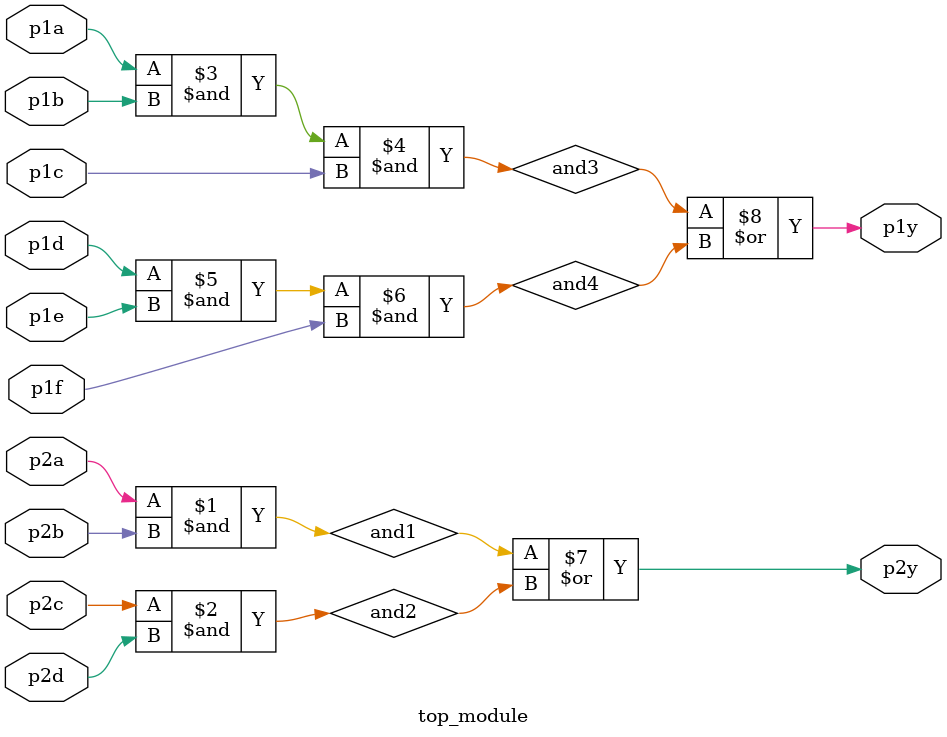
<source format=v>
module top_module ( 
    input p1a, p1b, p1c, p1d, p1e, p1f,
    output p1y,
    input p2a, p2b, p2c, p2d,
    output p2y );
    
    wire and1;
    wire and2;
    wire and3;
    wire and4;
    
    assign and1 = p2a & p2b;
    assign and2 = p2c & p2d;
    assign and3 = p1a & p1b & p1c;
    assign and4 = p1d & p1e & p1f;
    
    
    assign p2y = and1 | and2;
    assign p1y = and3 | and4;


endmodule

</source>
